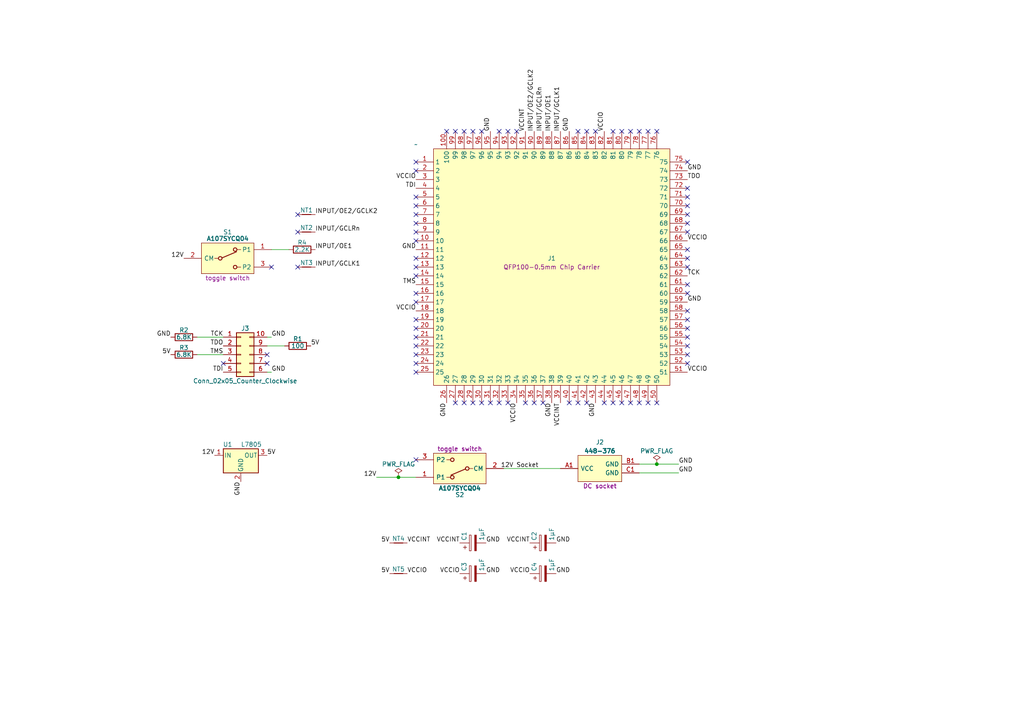
<source format=kicad_sch>
(kicad_sch (version 20231120) (generator "eeschema") (generator_version "8.0")
  (paper "A4")
  (title_block (title "EPM7160 Programmer") (date "2024-08-27") (rev "V0"))
  (lib_symbols
    (symbol "All_Socket:QFP100-0.5_Chip_Carrier"
      (property "Reference" "J" (at 39.37 -27.94 0))
      (property "Description" "QFP100-0.5mm Chip Carrier" (at 39.37 -30.48 0))
      (symbol "QFP100-0.5_Chip_Carrier_1_0"
        (pin passive line (at 0 0 0) (length 5.08) (name "1") (number "1"))
        (pin passive line (at 0 -22.86 0) (length 5.08) (name "10") (number "10"))
        (pin passive line (at 8.89 8.89 270) (length 5.08) (name "100") (number "100"))
        (pin passive line (at 0 -25.4 0) (length 5.08) (name "11") (number "11"))
        (pin passive line (at 0 -27.94 0) (length 5.08) (name "12") (number "12"))
        (pin passive line (at 0 -30.48 0) (length 5.08) (name "13") (number "13"))
        (pin passive line (at 0 -33.02 0) (length 5.08) (name "14") (number "14"))
        (pin passive line (at 0 -35.56 0) (length 5.08) (name "15") (number "15"))
        (pin passive line (at 0 -38.1 0) (length 5.08) (name "16") (number "16"))
        (pin passive line (at 0 -40.64 0) (length 5.08) (name "17") (number "17"))
        (pin passive line (at 0 -43.18 0) (length 5.08) (name "18") (number "18"))
        (pin passive line (at 0 -45.72 0) (length 5.08) (name "19") (number "19"))
        (pin passive line (at 0 -2.54 0) (length 5.08) (name "2") (number "2"))
        (pin passive line (at 0 -48.26 0) (length 5.08) (name "20") (number "20"))
        (pin passive line (at 0 -50.8 0) (length 5.08) (name "21") (number "21"))
        (pin passive line (at 0 -53.34 0) (length 5.08) (name "22") (number "22"))
        (pin passive line (at 0 -55.88 0) (length 5.08) (name "23") (number "23"))
        (pin passive line (at 0 -58.42 0) (length 5.08) (name "24") (number "24"))
        (pin passive line (at 0 -60.96 0) (length 5.08) (name "25") (number "25"))
        (pin passive line (at 8.89 -69.85 90) (length 5.08) (name "26") (number "26"))
        (pin passive line (at 11.43 -69.85 90) (length 5.08) (name "27") (number "27"))
        (pin passive line (at 13.97 -69.85 90) (length 5.08) (name "28") (number "28"))
        (pin passive line (at 16.51 -69.85 90) (length 5.08) (name "29") (number "29"))
        (pin passive line (at 0 -5.08 0) (length 5.08) (name "3") (number "3"))
        (pin passive line (at 19.05 -69.85 90) (length 5.08) (name "30") (number "30"))
        (pin passive line (at 21.59 -69.85 90) (length 5.08) (name "31") (number "31"))
        (pin passive line (at 24.13 -69.85 90) (length 5.08) (name "32") (number "32"))
        (pin passive line (at 26.67 -69.85 90) (length 5.08) (name "33") (number "33"))
        (pin passive line (at 29.21 -69.85 90) (length 5.08) (name "34") (number "34"))
        (pin passive line (at 31.75 -69.85 90) (length 5.08) (name "35") (number "35"))
        (pin passive line (at 34.29 -69.85 90) (length 5.08) (name "36") (number "36"))
        (pin passive line (at 36.83 -69.85 90) (length 5.08) (name "37") (number "37"))
        (pin passive line (at 39.37 -69.85 90) (length 5.08) (name "38") (number "38"))
        (pin passive line (at 41.91 -69.85 90) (length 5.08) (name "39") (number "39"))
        (pin passive line (at 0 -7.62 0) (length 5.08) (name "4") (number "4"))
        (pin passive line (at 44.45 -69.85 90) (length 5.08) (name "40") (number "40"))
        (pin passive line (at 46.99 -69.85 90) (length 5.08) (name "41") (number "41"))
        (pin passive line (at 49.53 -69.85 90) (length 5.08) (name "42") (number "42"))
        (pin passive line (at 52.07 -69.85 90) (length 5.08) (name "43") (number "43"))
        (pin passive line (at 54.61 -69.85 90) (length 5.08) (name "44") (number "44"))
        (pin passive line (at 57.15 -69.85 90) (length 5.08) (name "45") (number "45"))
        (pin passive line (at 59.69 -69.85 90) (length 5.08) (name "46") (number "46"))
        (pin passive line (at 62.23 -69.85 90) (length 5.08) (name "47") (number "47"))
        (pin passive line (at 64.77 -69.85 90) (length 5.08) (name "48") (number "48"))
        (pin passive line (at 67.31 -69.85 90) (length 5.08) (name "49") (number "49"))
        (pin passive line (at 0 -10.16 0) (length 5.08) (name "5") (number "5"))
        (pin passive line (at 69.85 -69.85 90) (length 5.08) (name "50") (number "50"))
        (pin passive line (at 78.74 -60.96 180) (length 5.08) (name "51") (number "51"))
        (pin passive line (at 78.74 -58.42 180) (length 5.08) (name "52") (number "52"))
        (pin passive line (at 78.74 -55.88 180) (length 5.08) (name "53") (number "53"))
        (pin passive line (at 78.74 -53.34 180) (length 5.08) (name "54") (number "54"))
        (pin passive line (at 78.74 -50.8 180) (length 5.08) (name "55") (number "55"))
        (pin passive line (at 78.74 -48.26 180) (length 5.08) (name "56") (number "56"))
        (pin passive line (at 78.74 -45.72 180) (length 5.08) (name "57") (number "57"))
        (pin passive line (at 78.74 -43.18 180) (length 5.08) (name "58") (number "58"))
        (pin passive line (at 78.74 -40.64 180) (length 5.08) (name "59") (number "59"))
        (pin passive line (at 0 -12.7 0) (length 5.08) (name "6") (number "6"))
        (pin passive line (at 78.74 -38.1 180) (length 5.08) (name "60") (number "60"))
        (pin passive line (at 78.74 -35.56 180) (length 5.08) (name "61") (number "61"))
        (pin passive line (at 78.74 -33.02 180) (length 5.08) (name "62") (number "62"))
        (pin passive line (at 78.74 -30.48 180) (length 5.08) (name "63") (number "63"))
        (pin passive line (at 78.74 -27.94 180) (length 5.08) (name "64") (number "64"))
        (pin passive line (at 78.74 -25.4 180) (length 5.08) (name "65") (number "65"))
        (pin passive line (at 78.74 -22.86 180) (length 5.08) (name "66") (number "66"))
        (pin passive line (at 78.74 -20.32 180) (length 5.08) (name "67") (number "67"))
        (pin passive line (at 78.74 -17.78 180) (length 5.08) (name "68") (number "68"))
        (pin passive line (at 78.74 -15.24 180) (length 5.08) (name "69") (number "69"))
        (pin passive line (at 0 -15.24 0) (length 5.08) (name "7") (number "7"))
        (pin passive line (at 78.74 -12.7 180) (length 5.08) (name "70") (number "70"))
        (pin passive line (at 78.74 -10.16 180) (length 5.08) (name "71") (number "71"))
        (pin passive line (at 78.74 -7.62 180) (length 5.08) (name "72") (number "72"))
        (pin passive line (at 78.74 -5.08 180) (length 5.08) (name "73") (number "73"))
        (pin passive line (at 78.74 -2.54 180) (length 5.08) (name "74") (number "74"))
        (pin passive line (at 78.74 0 180) (length 5.08) (name "75") (number "75"))
        (pin passive line (at 69.85 8.89 270) (length 5.08) (name "76") (number "76"))
        (pin passive line (at 67.31 8.89 270) (length 5.08) (name "77") (number "77"))
        (pin passive line (at 64.77 8.89 270) (length 5.08) (name "78") (number "78"))
        (pin passive line (at 62.23 8.89 270) (length 5.08) (name "79") (number "79"))
        (pin passive line (at 0 -17.78 0) (length 5.08) (name "8") (number "8"))
        (pin passive line (at 59.69 8.89 270) (length 5.08) (name "80") (number "80"))
        (pin passive line (at 57.15 8.89 270) (length 5.08) (name "81") (number "81"))
        (pin passive line (at 54.61 8.89 270) (length 5.08) (name "82") (number "82"))
        (pin passive line (at 52.07 8.89 270) (length 5.08) (name "83") (number "83"))
        (pin passive line (at 49.53 8.89 270) (length 5.08) (name "84") (number "84"))
        (pin passive line (at 46.99 8.89 270) (length 5.08) (name "85") (number "85"))
        (pin passive line (at 44.45 8.89 270) (length 5.08) (name "86") (number "86"))
        (pin passive line (at 41.91 8.89 270) (length 5.08) (name "87") (number "87"))
        (pin passive line (at 39.37 8.89 270) (length 5.08) (name "88") (number "88"))
        (pin passive line (at 36.83 8.89 270) (length 5.08) (name "89") (number "89"))
        (pin passive line (at 0 -20.32 0) (length 5.08) (name "9") (number "9"))
        (pin passive line (at 34.29 8.89 270) (length 5.08) (name "90") (number "90"))
        (pin passive line (at 31.75 8.89 270) (length 5.08) (name "91") (number "91"))
        (pin passive line (at 29.21 8.89 270) (length 5.08) (name "92") (number "92"))
        (pin passive line (at 26.67 8.89 270) (length 5.08) (name "93") (number "93"))
        (pin passive line (at 24.13 8.89 270) (length 5.08) (name "94") (number "94"))
        (pin passive line (at 21.59 8.89 270) (length 5.08) (name "95") (number "95"))
        (pin passive line (at 19.05 8.89 270) (length 5.08) (name "96") (number "96"))
        (pin passive line (at 16.51 8.89 270) (length 5.08) (name "97") (number "97"))
        (pin passive line (at 13.97 8.89 270) (length 5.08) (name "98") (number "98"))
        (pin passive line (at 11.43 8.89 270) (length 5.08) (name "99") (number "99"))
      )
      (symbol "QFP100-0.5_Chip_Carrier_1_1"
        (rectangle (start 5.08 3.81) (end 73.66 -64.77) (fill (type background)))
      )
    )
    (symbol "Connector_Generic:Conn_02x05_Counter_Clockwise" (pin_names (offset 1.016) hide)
      (property "Reference" "J" (at 1.27 7.62 0))
      (property "Value" "Conn_02x05_Counter_Clockwise" (at 1.27 -7.62 0))
      (symbol "Conn_02x05_Counter_Clockwise_1_1"
        (rectangle (start -1.27 -4.953) (end 0 -5.207) (stroke (width 0.1524)))
        (rectangle (start -1.27 -2.413) (end 0 -2.667) (stroke (width 0.1524)))
        (rectangle (start -1.27 0.127) (end 0 -0.127) (stroke (width 0.1524)))
        (rectangle (start -1.27 2.667) (end 0 2.413) (stroke (width 0.1524)))
        (rectangle (start -1.27 5.207) (end 0 4.953) (stroke (width 0.1524)))
        (rectangle (start -1.27 6.35) (end 3.81 -6.35) (stroke (width 0.254)) (fill (type background)))
        (rectangle (start 3.81 -4.953) (end 2.54 -5.207) (stroke (width 0.1524)))
        (rectangle (start 3.81 -2.413) (end 2.54 -2.667) (stroke (width 0.1524)))
        (rectangle (start 3.81 0.127) (end 2.54 -0.127) (stroke (width 0.1524)))
        (rectangle (start 3.81 2.667) (end 2.54 2.413) (stroke (width 0.1524)))
        (rectangle (start 3.81 5.207) (end 2.54 4.953) (stroke (width 0.1524)))
        (pin passive line (at -5.08 5.08 0) (length 3.81) (name "Pin_1") (number "1"))
        (pin passive line (at 7.62 5.08 180) (length 3.81) (name "Pin_10") (number "10"))
        (pin passive line (at -5.08 2.54 0) (length 3.81) (name "Pin_2") (number "2"))
        (pin passive line (at -5.08 0 0) (length 3.81) (name "Pin_3") (number "3"))
        (pin passive line (at -5.08 -2.54 0) (length 3.81) (name "Pin_4") (number "4"))
        (pin passive line (at -5.08 -5.08 0) (length 3.81) (name "Pin_5") (number "5"))
        (pin passive line (at 7.62 -5.08 180) (length 3.81) (name "Pin_6") (number "6"))
        (pin passive line (at 7.62 -2.54 180) (length 3.81) (name "Pin_7") (number "7"))
        (pin passive line (at 7.62 0 180) (length 3.81) (name "Pin_8") (number "8"))
        (pin passive line (at 7.62 2.54 180) (length 3.81) (name "Pin_9") (number "9"))
      )
    )
    (symbol "Device:NetTie_2" (pin_numbers hide) (pin_names (offset 0) hide) (in_bom no)
      (property "Reference" "NT" (at 0 1.27 0))
      (property "Value" "NetTie_2" (at 0 -1.27 0))
      (symbol "NetTie_2_0_1"
        (polyline (pts (xy -1.27 0) (xy 1.27 0)) (stroke (width 0.254)))
      )
      (symbol "NetTie_2_1_1"
        (pin passive line (at -2.54 0 0) (length 2.54) (name "1") (number "1"))
        (pin passive line (at 2.54 0 180) (length 2.54) (name "2") (number "2"))
      )
    )
    (symbol "Device:R" (pin_numbers hide) (pin_names (offset 0))
      (property "Reference" "R" (at 2.032 0 90))
      (property "Value" "R" (at 0 0 90))
      (symbol "R_0_1"
        (rectangle (start -1.016 -2.54) (end 1.016 2.54) (stroke (width 0.254)))
      )
      (symbol "R_1_1"
        (pin passive line (at 0 3.81 270) (length 1.27) (name "~") (number "1"))
        (pin passive line (at 0 -3.81 90) (length 1.27) (name "~") (number "2"))
      )
    )
    (symbol "HCP65:C_Radial_D4.0mm_P2.00mm" (pin_numbers hide) (pin_names (offset 0.254))
      (property "Reference" "C" (at 0.635 2.54 0))
      (property "Value" "?μF" (at 0.635 -2.54 0))
      (symbol "C_Radial_D4.0mm_P2.00mm_0_1"
        (rectangle (start -2.286 0.508) (end 2.286 1.016))
        (polyline (pts (xy -1.778 2.286) (xy -0.762 2.286)))
        (polyline (pts (xy -1.27 2.794) (xy -1.27 1.778)))
        (rectangle (start 2.286 -0.508) (end -2.286 -1.016) (fill (type outline)))
      )
      (symbol "C_Radial_D4.0mm_P2.00mm_1_1"
        (pin passive line (at 0 3.81 270) (length 2.794) (name "~") (number "1"))
        (pin passive line (at 0 -3.81 90) (length 2.794) (name "~") (number "2"))
      )
    )
    (symbol "RS_Components:448-376" (pin_names (offset 0.762))
      (property "Reference" "J" (at 11.43 6.35 0))
      (property "Value" "448-376" (at 11.43 3.81 0))
      (property "Description" "DC socket" (at 11.43 -6.35 0))
      (symbol "448-376_0_0"
        (pin passive line (at 0 -1.27 0) (length 5.08) (name "VCC") (number "A1"))
        (pin passive line (at 22.86 0 180) (length 5.08) (name "GND") (number "B1"))
        (pin passive line (at 22.86 -2.54 180) (length 5.08) (name "GND") (number "C1"))
      )
      (symbol "448-376_0_1"
        (polyline (pts (xy 5.08 2.54) (xy 17.78 2.54) (xy 17.78 -5.08) (xy 5.08 -5.08) (xy 5.08 2.54)) (stroke (width 0.1524)) (fill (type background)))
      )
    )
    (symbol "Regulator_Linear:L7805" (pin_names (offset 0.254))
      (property "Reference" "U" (at -3.81 3.175 0))
      (property "Value" "L7805" (at 0 3.175 0))
      (symbol "L7805_0_1"
        (rectangle (start -5.08 1.905) (end 5.08 -5.08) (stroke (width 0.254)) (fill (type background)))
      )
      (symbol "L7805_1_1"
        (pin power_in line (at -7.62 0 0) (length 2.54) (name "IN") (number "1"))
        (pin power_in line (at 0 -7.62 90) (length 2.54) (name "GND") (number "2"))
        (pin power_out line (at 7.62 0 180) (length 2.54) (name "OUT") (number "3"))
      )
    )
    (symbol "TE_Connectivity:A107SYCQ04" (pin_names (offset 0.762))
      (property "Reference" "S" (at 12.7 5.08 0))
      (property "Value" "A107SYCQ04" (at 12.7 3.175 0))
      (property "Description" "toggle switch" (at 12.7 -8.255 0))
      (symbol "A107SYCQ04_0_0"
        (pin passive line (at 25.4 0 180) (length 5.08) (name "P1") (number "1"))
        (pin passive line (at 0 -2.54 0) (length 5.08) (name "CM") (number "2"))
        (pin passive line (at 25.4 -5.08 180) (length 5.08) (name "P2") (number "3"))
      )
      (symbol "A107SYCQ04_0_1"
        (polyline (pts (xy 5.08 1.905) (xy 20.32 1.905) (xy 20.32 -6.985) (xy 5.08 -6.985) (xy 5.08 1.905)) (stroke (width 0.1524)) (fill (type background)))
      )
      (symbol "A107SYCQ04_1_1"
        (polyline (pts (xy 8.89 -2.54) (xy 9.906 -2.54)))
        (polyline (pts (xy 11.049 -2.413) (xy 15.24 -0.635)) (stroke (width 0.254)))
        (polyline (pts (xy 16.51 -5.08) (xy 15.494 -5.08)))
        (polyline (pts (xy 16.51 0) (xy 15.494 0)))
        (circle (center 10.541 -2.54) (radius 0.508) (stroke (width 0.254)))
        (circle (center 14.859 -5.08) (radius 0.508) (stroke (width 0.254)))
        (circle (center 14.859 0) (radius 0.508) (stroke (width 0.254)))
      )
    )
    (symbol "power:PWR_FLAG" (power) (pin_numbers hide) (pin_names (offset 0) hide)
      (property "Value" "PWR_FLAG" (at 0 3.81 0))
      (symbol "PWR_FLAG_0_0"
        (pin power_out line (at 0 0 90) (length 0) (name "~") (number "1"))
      )
      (symbol "PWR_FLAG_0_1"
        (polyline (pts (xy 0 0) (xy 0 1.27) (xy -1.016 1.905) (xy 0 2.54) (xy 1.016 1.905) (xy 0 1.27)))
      )
    )
  )
  (junction (at 190.5 134.62))
  (junction (at 115.57 138.43))
  (no_connect (at 120.65 59.69))
  (no_connect (at 199.39 82.55))
  (no_connect (at 199.39 54.61))
  (no_connect (at 175.26 116.84))
  (no_connect (at 120.65 107.95))
  (no_connect (at 149.86 38.1))
  (no_connect (at 199.39 105.41))
  (no_connect (at 199.39 46.99))
  (no_connect (at 137.16 116.84))
  (no_connect (at 86.36 62.23))
  (no_connect (at 120.65 80.01))
  (no_connect (at 147.32 38.1))
  (no_connect (at 134.62 116.84))
  (no_connect (at 185.42 116.84))
  (no_connect (at 86.36 67.31))
  (no_connect (at 170.18 38.1))
  (no_connect (at 180.34 38.1))
  (no_connect (at 120.65 105.41))
  (no_connect (at 120.65 100.33))
  (no_connect (at 199.39 100.33))
  (no_connect (at 199.39 72.39))
  (no_connect (at 120.65 62.23))
  (no_connect (at 120.65 87.63))
  (no_connect (at 199.39 59.69))
  (no_connect (at 182.88 38.1))
  (no_connect (at 120.65 97.79))
  (no_connect (at 120.65 85.09))
  (no_connect (at 157.48 116.84))
  (no_connect (at 120.65 69.85))
  (no_connect (at 199.39 64.77))
  (no_connect (at 120.65 133.35))
  (no_connect (at 182.88 116.84))
  (no_connect (at 199.39 92.71))
  (no_connect (at 199.39 57.15))
  (no_connect (at 120.65 74.93))
  (no_connect (at 199.39 90.17))
  (no_connect (at 187.96 116.84))
  (no_connect (at 147.32 116.84))
  (no_connect (at 199.39 95.25))
  (no_connect (at 77.47 105.41))
  (no_connect (at 144.78 38.1))
  (no_connect (at 199.39 77.47))
  (no_connect (at 190.5 38.1))
  (no_connect (at 199.39 97.79))
  (no_connect (at 167.64 38.1))
  (no_connect (at 120.65 49.53))
  (no_connect (at 78.74 77.47))
  (no_connect (at 165.1 116.84))
  (no_connect (at 144.78 116.84))
  (no_connect (at 120.65 102.87))
  (no_connect (at 120.65 92.71))
  (no_connect (at 77.47 102.87))
  (no_connect (at 134.62 38.1))
  (no_connect (at 86.36 77.47))
  (no_connect (at 120.65 67.31))
  (no_connect (at 137.16 38.1))
  (no_connect (at 139.7 38.1))
  (no_connect (at 199.39 85.09))
  (no_connect (at 190.5 116.84))
  (no_connect (at 199.39 67.31))
  (no_connect (at 199.39 102.87))
  (no_connect (at 120.65 77.47))
  (no_connect (at 170.18 116.84))
  (no_connect (at 187.96 38.1))
  (no_connect (at 167.64 116.84))
  (no_connect (at 154.94 116.84))
  (no_connect (at 64.77 105.41))
  (no_connect (at 132.08 38.1))
  (no_connect (at 199.39 62.23))
  (no_connect (at 177.8 38.1))
  (no_connect (at 172.72 38.1))
  (no_connect (at 180.34 116.84))
  (no_connect (at 185.42 38.1))
  (no_connect (at 177.8 116.84))
  (no_connect (at 120.65 57.15))
  (no_connect (at 120.65 46.99))
  (no_connect (at 142.24 116.84))
  (no_connect (at 152.4 116.84))
  (no_connect (at 132.08 116.84))
  (no_connect (at 139.7 116.84))
  (no_connect (at 120.65 95.25))
  (no_connect (at 199.39 74.93))
  (no_connect (at 129.54 38.1))
  (no_connect (at 120.65 64.77))
  (wire (pts (xy 57.15 102.87) (xy 64.77 102.87)))
  (wire (pts (xy 146.05 135.89) (xy 162.56 135.89)))
  (wire (pts (xy 109.22 138.43) (xy 115.57 138.43)))
  (wire (pts (xy 78.74 97.79) (xy 77.47 97.79)))
  (wire (pts (xy 82.55 100.33) (xy 77.47 100.33)))
  (wire (pts (xy 83.82 72.39) (xy 78.74 72.39)))
  (wire (pts (xy 190.5 134.62) (xy 185.42 134.62)))
  (wire (pts (xy 115.57 138.43) (xy 120.65 138.43)))
  (wire (pts (xy 57.15 97.79) (xy 64.77 97.79)))
  (wire (pts (xy 196.85 134.62) (xy 190.5 134.62)))
  (wire (pts (xy 78.74 107.95) (xy 77.47 107.95)))
  (wire (pts (xy 196.85 137.16) (xy 185.42 137.16)))
  (label "INPUT{slash}OE1" (at 160.02 38.1 90))
  (label "VCCINT" (at 118.11 157.48 0))
  (label "12V" (at 62.23 132.08 180))
  (label "VCCIO" (at 133.35 166.37 180))
  (label "TDI" (at 120.65 54.61 180))
  (label "GND" (at 160.02 116.84 270))
  (label "5V" (at 90.17 100.33 0))
  (label "VCCIO" (at 153.67 166.37 180))
  (label "5V" (at 113.03 166.37 180))
  (label "INPUT{slash}GCLRn" (at 91.44 67.31 0))
  (label "TDO" (at 64.77 100.33 180))
  (label "INPUT{slash}GCLK1" (at 162.56 38.1 90))
  (label "TDO" (at 199.39 52.07 0))
  (label "GND" (at 49.53 97.79 180))
  (label "VCCIO" (at 120.65 90.17 180))
  (label "TCK" (at 199.39 80.01 0))
  (label "INPUT{slash}OE2{slash}GCLK2" (at 91.44 62.23 0))
  (label "GND" (at 140.97 157.48 0))
  (label "GND" (at 199.39 49.53 0))
  (label "GND" (at 161.29 166.37 0))
  (label "GND" (at 78.74 97.79 0))
  (label "VCCIO" (at 120.65 52.07 180))
  (label "5V" (at 77.47 132.08 0))
  (label "GND" (at 165.1 38.1 90))
  (label "INPUT{slash}OE2{slash}GCLK2" (at 154.94 38.1 90))
  (label "VCCINT" (at 162.56 116.84 270))
  (label "GND" (at 120.65 72.39 180))
  (label "12V" (at 109.22 138.43 180))
  (label "GND" (at 172.72 116.84 270))
  (label "GND" (at 199.39 87.63 0))
  (label "GND" (at 78.74 107.95 0))
  (label "GND" (at 196.85 137.16 0))
  (label "INPUT{slash}GCLRn" (at 157.48 38.1 90))
  (label "5V" (at 49.53 102.87 180))
  (label "12V" (at 53.34 74.93 180))
  (label "GND" (at 142.24 38.1 90))
  (label "VCCINT" (at 133.35 157.48 180))
  (label "VCCIO" (at 118.11 166.37 0))
  (label "INPUT{slash}GCLK1" (at 91.44 77.47 0))
  (label "GND" (at 129.54 116.84 270))
  (label "GND" (at 161.29 157.48 0))
  (label "VCCINT" (at 152.4 38.1 90))
  (label "TMS" (at 64.77 102.87 180))
  (label "VCCIO" (at 199.39 107.95 0))
  (label "TCK" (at 64.77 97.79 180))
  (label "VCCIO" (at 149.86 116.84 270))
  (label "INPUT{slash}OE1" (at 91.44 72.39 0))
  (label "5V" (at 113.03 157.48 180))
  (label "TDI" (at 64.77 107.95 180))
  (label "VCCINT" (at 153.67 157.48 180))
  (label "TMS" (at 120.65 82.55 180))
  (label "12V Socket" (at 156.21 135.89 180))
  (label "GND" (at 69.85 139.7 270))
  (label "GND" (at 196.85 134.62 0))
  (label "GND" (at 140.97 166.37 0))
  (label "VCCIO" (at 199.39 69.85 0))
  (label "VCCIO" (at 175.26 38.1 90))
  (symbol (lib_id "Device:NetTie_2") (at 115.57 157.48 0) (unit 1) (in_bom no)
    (property "Reference" "NT4" (at 115.57 156.21 0))
    (property "Value" "NetTie_2" (effects (hide yes)))
    (property "Footprint" "NetTie:NetTie-2_SMD_Pad0.5mm" (effects (hide yes)))
    (property "Description" "Net tie, 2 pins" (effects (hide yes)))
  )
  (symbol (lib_id "power:PWR_FLAG") (at 190.5 134.62 0) (unit 1)
    (property "Reference" "#FLG02" (effects (hide yes)))
    (property "Value" "PWR_FLAG" (at 190.5 130.81 0))
    (property "Description" "Special symbol for telling ERC where power comes from" (effects (hide yes)))
  )
  (symbol (lib_id "Device:NetTie_2") (at 115.57 166.37 0) (unit 1) (in_bom no)
    (property "Reference" "NT5" (at 115.57 165.1 0))
    (property "Value" "NetTie_2" (effects (hide yes)))
    (property "Footprint" "NetTie:NetTie-2_SMD_Pad0.5mm" (effects (hide yes)))
    (property "Description" "Net tie, 2 pins" (effects (hide yes)))
  )
  (symbol (lib_id "HCP65:C_Radial_D4.0mm_P2.00mm") (at 157.48 157.48 90) (unit 1)
    (property "Reference" "C2" (at 154.94 156.845 0) (effects (justify left)))
    (property "Value" "1μF" (at 160.02 156.845 0) (effects (justify left)))
    (property "Footprint" "SamacSys_Parts:CP_Radial_D4.0mm_P2.00mm" (effects (hide yes)))
  )
  (symbol (lib_id "Connector_Generic:Conn_02x05_Counter_Clockwise") (at 69.85 102.87 0) (unit 1)
    (property "Reference" "J3" (at 71.12 95.25 0))
    (property "Value" "Conn_02x05_Counter_Clockwise" (at 71.12 110.49 0))
    (property "Footprint" "Connector_PinHeader_2.54mm:PinHeader_2x05_P2.54mm_Vertical" (effects (hide yes)))
    (property "Description" "Generic connector, double row, 02x05, counter clockwise pin numbering scheme (similar to DIP package numbering), script generated (kicad-library-utils/schlib/autogen/connector/)" (effects (hide yes)))
  )
  (symbol (lib_id "TE_Connectivity:A107SYCQ04") (at 146.05 138.43 180) (unit 1)
    (property "Reference" "S2" (at 133.35 143.51 0))
    (property "Value" "A107SYCQ04" (at 133.35 141.605 0) (effects (font (bold yes))))
    (property "Footprint" "SamacSys_Parts:A107SYCQ04" (effects (hide yes)))
    (property "Datasheet" "https://www.te.com/commerce/DocumentDelivery/DDEController?Action=showdoc&DocId=Customer+Drawing%7F1825137%7FA8%7Fpdf%7FEnglish%7FENG_CD_1825137_A8.pdf%7F5-1825137-1" (effects (hide yes)))
    (property "Description" "toggle switch" (at 133.35 130.175 0))
    (property "Height" "28.194" (effects (hide yes)))
    (property "Manufacturer_Name" "TE Connectivity" (effects (hide yes)))
    (property "Manufacturer_Part_Number" "A107SYCQ04" (effects (hide yes)))
    (property "Mouser Part Number" "506-5-1825137-1" (effects (hide yes)))
    (property "Mouser Price/Stock" "https://www.mouser.co.uk/ProductDetail/TE-Connectivity-AMP/A107SYCQ04?qs=9WkjXeXHXGz78jldEjGFKg%3D%3D" (effects (hide yes)))
    (property "Garbage" "Toggle Switches SP ON-OFF-(ON) BAT PC TOGGLE SWITCH" (effects (hide yes)))
  )
  (symbol (lib_id "HCP65:C_Radial_D4.0mm_P2.00mm") (at 137.16 166.37 90) (unit 1)
    (property "Reference" "C3" (at 134.62 165.735 0) (effects (justify left)))
    (property "Value" "1μF" (at 139.7 165.735 0) (effects (justify left)))
    (property "Footprint" "SamacSys_Parts:CP_Radial_D4.0mm_P2.00mm" (effects (hide yes)))
  )
  (symbol (lib_id "Device:NetTie_2") (at 88.9 62.23 0) (unit 1) (in_bom no)
    (property "Reference" "NT1" (at 88.9 60.96 0))
    (property "Value" "NetTie_2" (effects (hide yes)))
    (property "Footprint" "NetTie:NetTie-2_SMD_Pad0.5mm" (effects (hide yes)))
    (property "Description" "Net tie, 2 pins" (effects (hide yes)))
  )
  (symbol (lib_id "HCP65:C_Radial_D4.0mm_P2.00mm") (at 157.48 166.37 90) (unit 1)
    (property "Reference" "C4" (at 154.94 165.735 0) (effects (justify left)))
    (property "Value" "1μF" (at 160.02 165.735 0) (effects (justify left)))
    (property "Footprint" "SamacSys_Parts:CP_Radial_D4.0mm_P2.00mm" (effects (hide yes)))
  )
  (symbol (lib_id "Regulator_Linear:L7805") (at 69.85 132.08 0) (unit 1)
    (property "Reference" "U1" (at 66.04 128.905 0))
    (property "Value" "L7805" (at 69.85 128.905 0) (effects (justify left)))
    (property "Footprint" "SamacSys_Parts:TO-220-3_Vertical" (effects (hide yes)))
    (property "Datasheet" "http://www.st.com/content/ccc/resource/technical/document/datasheet/41/4f/b3/b0/12/d4/47/88/CD00000444.pdf/files/CD00000444.pdf/jcr:content/translations/en.CD00000444.pdf" (effects (hide yes)))
    (property "Description" "Positive 1.5A 35V Linear Regulator, Fixed Output 5V, TO-220/TO-263/TO-252" (effects (hide yes)))
  )
  (symbol (lib_id "HCP65:C_Radial_D4.0mm_P2.00mm") (at 137.16 157.48 90) (unit 1)
    (property "Reference" "C1" (at 134.62 156.845 0) (effects (justify left)))
    (property "Value" "1μF" (at 139.7 156.845 0) (effects (justify left)))
    (property "Footprint" "SamacSys_Parts:CP_Radial_D4.0mm_P2.00mm" (effects (hide yes)))
  )
  (symbol (lib_id "TE_Connectivity:A107SYCQ04") (at 53.34 72.39 0) (unit 1)
    (property "Reference" "S1" (at 66.04 67.31 0))
    (property "Value" "A107SYCQ04" (at 66.04 69.215 0) (effects (font (bold yes))))
    (property "Footprint" "SamacSys_Parts:A107SYCQ04" (effects (hide yes)))
    (property "Datasheet" "https://www.te.com/commerce/DocumentDelivery/DDEController?Action=showdoc&DocId=Customer+Drawing%7F1825137%7FA8%7Fpdf%7FEnglish%7FENG_CD_1825137_A8.pdf%7F5-1825137-1" (effects (hide yes)))
    (property "Description" "toggle switch" (at 66.04 80.645 0))
    (property "Height" "28.194" (effects (hide yes)))
    (property "Manufacturer_Name" "TE Connectivity" (effects (hide yes)))
    (property "Manufacturer_Part_Number" "A107SYCQ04" (effects (hide yes)))
    (property "Mouser Part Number" "506-5-1825137-1" (effects (hide yes)))
    (property "Mouser Price/Stock" "https://www.mouser.co.uk/ProductDetail/TE-Connectivity-AMP/A107SYCQ04?qs=9WkjXeXHXGz78jldEjGFKg%3D%3D" (effects (hide yes)))
    (property "Garbage" "Toggle Switches SP ON-OFF-(ON) BAT PC TOGGLE SWITCH" (effects (hide yes)))
  )
  (symbol (lib_id "Device:R") (at 53.34 102.87 90) (unit 1)
    (property "Reference" "R3" (at 53.34 100.838 90))
    (property "Value" "6.8K" (at 53.34 102.87 90))
    (property "Footprint" "Resistor_THT:R_Axial_DIN0207_L6.3mm_D2.5mm_P7.62mm_Horizontal" (effects (hide yes)))
    (property "Description" "Resistor" (effects (hide yes)))
  )
  (symbol (lib_id "Device:NetTie_2") (at 88.9 77.47 0) (unit 1) (in_bom no)
    (property "Reference" "NT3" (at 88.9 76.2 0))
    (property "Value" "NetTie_2" (effects (hide yes)))
    (property "Footprint" "NetTie:NetTie-2_SMD_Pad0.5mm" (effects (hide yes)))
    (property "Description" "Net tie, 2 pins" (effects (hide yes)))
  )
  (symbol (lib_id "Device:R") (at 53.34 97.79 90) (unit 1)
    (property "Reference" "R2" (at 53.34 95.758 90))
    (property "Value" "6.8K" (at 53.34 97.79 90))
    (property "Footprint" "Resistor_THT:R_Axial_DIN0207_L6.3mm_D2.5mm_P7.62mm_Horizontal" (effects (hide yes)))
    (property "Description" "Resistor" (effects (hide yes)))
  )
  (symbol (lib_id "power:PWR_FLAG") (at 115.57 138.43 0) (unit 1)
    (property "Reference" "#FLG01" (effects (hide yes)))
    (property "Value" "PWR_FLAG" (at 115.57 134.62 0))
    (property "Description" "Special symbol for telling ERC where power comes from" (effects (hide yes)))
  )
  (symbol (lib_id "Device:R") (at 87.63 72.39 90) (unit 1)
    (property "Reference" "R4" (at 87.63 70.358 90))
    (property "Value" "2.2K" (at 87.63 72.39 90))
    (property "Footprint" "Resistor_THT:R_Axial_DIN0207_L6.3mm_D2.5mm_P7.62mm_Horizontal" (effects (hide yes)))
    (property "Description" "Resistor" (effects (hide yes)))
  )
  (symbol (lib_id "Device:R") (at 86.36 100.33 90) (unit 1)
    (property "Reference" "R1" (at 86.36 98.298 90))
    (property "Value" "100" (at 86.36 100.33 90))
    (property "Footprint" "Resistor_THT:R_Axial_DIN0309_L9.0mm_D3.2mm_P12.70mm_Horizontal" (effects (hide yes)))
    (property "Description" "Resistor" (effects (hide yes)))
  )
  (symbol (lib_id "All_Socket:QFP100-0.5_Chip_Carrier") (at 120.65 46.99 0) (unit 1)
    (property "Reference" "J1" (at 160.02 74.93 0))
    (property "Value" "~" (at 120.65 41.91 0))
    (property "Footprint" "SamacSys_Parts:AllSocket-QFP-100-14X14-0.5-Clamshell" (effects (hide yes)))
    (property "Description" "QFP100-0.5mm Chip Carrier" (at 160.02 77.47 0))
  )
  (symbol (lib_id "Device:NetTie_2") (at 88.9 67.31 0) (unit 1) (in_bom no)
    (property "Reference" "NT2" (at 88.9 66.04 0))
    (property "Value" "NetTie_2" (effects (hide yes)))
    (property "Footprint" "NetTie:NetTie-2_SMD_Pad0.5mm" (effects (hide yes)))
    (property "Description" "Net tie, 2 pins" (effects (hide yes)))
  )
  (symbol (lib_id "RS_Components:448-376") (at 162.56 134.62 0) (unit 1)
    (property "Reference" "J2" (at 173.99 128.27 0))
    (property "Value" "448-376" (at 173.99 130.81 0) (effects (font (bold yes))))
    (property "Footprint" "448376" (effects (hide yes)))
    (property "Datasheet" "https://docs.rs-online.com/902a/0900766b81582446.pdf" (effects (hide yes)))
    (property "Description" "DC socket" (at 173.99 140.97 0))
    (property "Height" "11" (effects (hide yes)))
    (property "Manufacturer_Name" "RS Components" (effects (hide yes)))
    (property "Manufacturer_Part_Number" "448-376" (effects (hide yes)))
    (property "Garbage" "DC Socket Rated At 1.0A, 12.0 V, PCB Mount, length 14.5mm, Nickel" (effects (hide yes)))
  )
)
</source>
